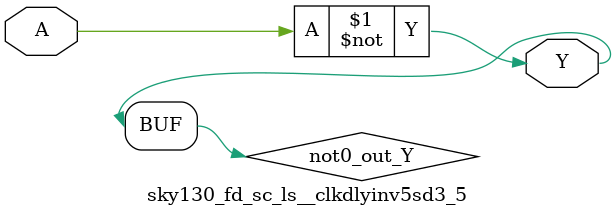
<source format=v>
module sky130_fd_sc_ls__clkdlyinv5sd3_5 (
    Y,
    A
);
    output Y;
    input  A;
    wire not0_out_Y;
    not not0 (not0_out_Y, A              );
    buf buf0 (Y         , not0_out_Y     );
endmodule
</source>
